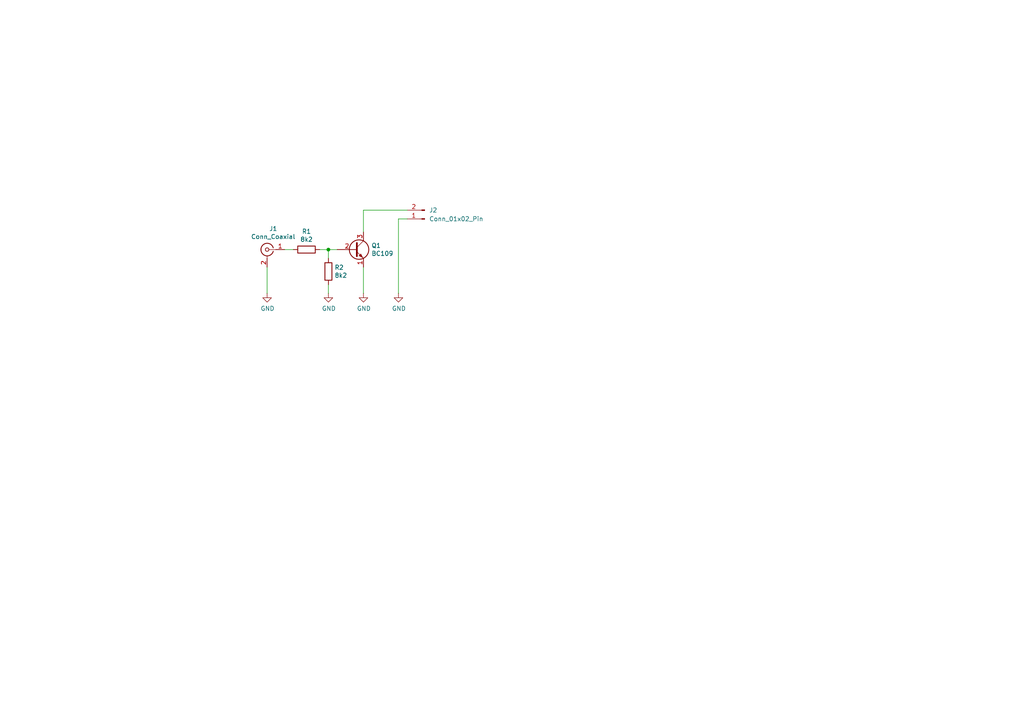
<source format=kicad_sch>
(kicad_sch (version 20231120) (generator "eeschema") (generator_version "8.0")
  (paper "A4")
  (lib_symbols
    (symbol "Connector:Conn_01x02_Pin" (pin_names (offset 1.016) hide)
      (property "Reference" "J" (at 0 2.54 0))
      (property "Value" "Conn_01x02_Pin" (at 0 -5.08 0))
      (symbol "Conn_01x02_Pin_1_1"
        (polyline (pts (xy 1.27 -2.54) (xy 0.8636 -2.54)) (stroke (width 0.1524)))
        (polyline (pts (xy 1.27 0) (xy 0.8636 0)) (stroke (width 0.1524)))
        (rectangle (start 0.8636 -2.413) (end 0 -2.667) (stroke (width 0.1524)) (fill (type outline)))
        (rectangle (start 0.8636 0.127) (end 0 -0.127) (stroke (width 0.1524)) (fill (type outline)))
        (pin passive line (at 5.08 0 180) (length 3.81) (name "Pin_1") (number "1"))
        (pin passive line (at 5.08 -2.54 180) (length 3.81) (name "Pin_2") (number "2"))
      )
    )
    (symbol "Connector:Conn_Coaxial" (pin_names (offset 1.016) hide)
      (property "Reference" "J" (at 0.254 3.048 0))
      (property "Value" "Conn_Coaxial" (at 2.921 0 90))
      (symbol "Conn_Coaxial_0_1"
        (arc (start -1.778 -0.508) (mid 0.2311 -1.8066) (end 1.778 0) (stroke (width 0.254)))
        (polyline (pts (xy -2.54 0) (xy -0.508 0)))
        (polyline (pts (xy 0 -2.54) (xy 0 -1.778)))
        (circle (center 0 0) (radius 0.508) (stroke (width 0.2032)))
        (arc (start 1.778 0) (mid 0.2099 1.8101) (end -1.778 0.508) (stroke (width 0.254)))
      )
      (symbol "Conn_Coaxial_1_1"
        (pin passive line (at -5.08 0 0) (length 2.54) (name "In") (number "1"))
        (pin passive line (at 0 -5.08 90) (length 2.54) (name "Ext") (number "2"))
      )
    )
    (symbol "Device:R" (pin_numbers hide) (pin_names (offset 0))
      (property "Reference" "R" (at 2.032 0 90))
      (property "Value" "R" (at 0 0 90))
      (symbol "R_0_1"
        (rectangle (start -1.016 -2.54) (end 1.016 2.54) (stroke (width 0.254)))
      )
      (symbol "R_1_1"
        (pin passive line (at 0 3.81 270) (length 1.27) (name "~") (number "1"))
        (pin passive line (at 0 -3.81 90) (length 1.27) (name "~") (number "2"))
      )
    )
    (symbol "Transistor_BJT:BC109" (pin_names (offset 0) hide)
      (property "Reference" "Q" (at 5.08 1.905 0))
      (property "Value" "BC109" (at 5.08 0 0))
      (symbol "BC109_0_1"
        (polyline (pts (xy 0.635 0.635) (xy 2.54 2.54)))
        (polyline (pts (xy 0.635 -0.635) (xy 2.54 -2.54) (xy 2.54 -2.54)))
        (polyline (pts (xy 0.635 1.905) (xy 0.635 -1.905) (xy 0.635 -1.905)) (stroke (width 0.508)))
        (polyline (pts (xy 1.27 -1.778) (xy 1.778 -1.27) (xy 2.286 -2.286) (xy 1.27 -1.778) (xy 1.27 -1.778)) (fill (type outline)))
        (circle (center 1.27 0) (radius 2.8194) (stroke (width 0.254)))
      )
      (symbol "BC109_1_1"
        (pin passive line (at 2.54 -5.08 90) (length 2.54) (name "E") (number "1"))
        (pin input line (at -5.08 0 0) (length 5.715) (name "B") (number "2"))
        (pin passive line (at 2.54 5.08 270) (length 2.54) (name "C") (number "3"))
      )
    )
    (symbol "power:GND" (power) (pin_numbers hide) (pin_names (offset 0) hide)
      (property "Value" "GND" (at 0 -3.81 0))
      (symbol "GND_0_1"
        (polyline (pts (xy 0 0) (xy 0 -1.27) (xy 1.27 -1.27) (xy 0 -2.54) (xy -1.27 -1.27) (xy 0 -1.27)))
      )
      (symbol "GND_1_1"
        (pin power_in line (at 0 0 270) (length 0) (name "~") (number "1"))
      )
    )
  )
  (junction (at 95.25 72.39))
  (wire (pts (xy 118.11 60.96) (xy 105.41 60.96)))
  (wire (pts (xy 77.47 85.09) (xy 77.47 77.47)))
  (wire (pts (xy 92.71 72.39) (xy 95.25 72.39)))
  (wire (pts (xy 115.57 85.09) (xy 115.57 63.5)))
  (wire (pts (xy 115.57 63.5) (xy 118.11 63.5)))
  (wire (pts (xy 105.41 60.96) (xy 105.41 67.31)))
  (wire (pts (xy 82.55 72.39) (xy 85.09 72.39)))
  (wire (pts (xy 95.25 72.39) (xy 97.79 72.39)))
  (wire (pts (xy 95.25 85.09) (xy 95.25 82.55)))
  (wire (pts (xy 105.41 85.09) (xy 105.41 77.47)))
  (wire (pts (xy 95.25 74.93) (xy 95.25 72.39)))
  (symbol (lib_id "power:GND") (at 95.25 85.09 0) (unit 1)
    (property "Reference" "#PWR02" (effects (hide yes)))
    (property "Value" "GND" (at 95.377 89.4842 0))
  )
  (symbol (lib_id "power:GND") (at 105.41 85.09 0) (unit 1)
    (property "Reference" "#PWR03" (effects (hide yes)))
    (property "Value" "GND" (at 105.537 89.4842 0))
  )
  (symbol (lib_id "Transistor_BJT:BC109") (at 102.87 72.39 0) (unit 1)
    (property "Reference" "Q1" (at 107.7214 71.2216 0) (effects (justify left)))
    (property "Value" "BC109" (at 107.7214 73.533 0) (effects (justify left)))
    (property "Footprint" "Package_TO_SOT_THT:TO-18-3" (effects (hide yes)))
    (property "Datasheet" "http://www.farnell.com/datasheets/296634.pdf" (effects (hide yes)))
  )
  (symbol (lib_id "Device:R") (at 88.9 72.39 270) (unit 1)
    (property "Reference" "R1" (at 88.9 67.1322 90))
    (property "Value" "8k2" (at 88.9 69.4436 90))
  )
  (symbol (lib_id "Device:R") (at 95.25 78.74 180) (unit 1)
    (property "Reference" "R2" (at 97.028 77.5716 0) (effects (justify right)))
    (property "Value" "8k2" (at 97.028 79.883 0) (effects (justify right)))
  )
  (symbol (lib_id "Connector:Conn_Coaxial") (at 77.47 72.39 0) (mirror y) (unit 1)
    (property "Reference" "J1" (at 79.248 66.3448 0))
    (property "Value" "Conn_Coaxial" (at 79.248 68.6562 0))
  )
  (symbol (lib_id "power:GND") (at 115.57 85.09 0) (unit 1)
    (property "Reference" "#PWR04" (effects (hide yes)))
    (property "Value" "GND" (at 115.697 89.4842 0))
  )
  (symbol (lib_id "power:GND") (at 77.47 85.09 0) (unit 1)
    (property "Reference" "#PWR01" (effects (hide yes)))
    (property "Value" "GND" (at 77.597 89.4842 0))
  )
  (symbol (lib_id "Connector:Conn_01x02_Pin") (at 123.19 63.5 180) (unit 1)
    (property "Reference" "J2" (at 124.46 60.9599 0) (effects (justify right)))
    (property "Value" "Conn_01x02_Pin" (at 124.46 63.4999 0) (effects (justify right)))
    (property "Description" "Generic connector, single row, 01x02, script generated" (effects (hide yes)))
  )
)
</source>
